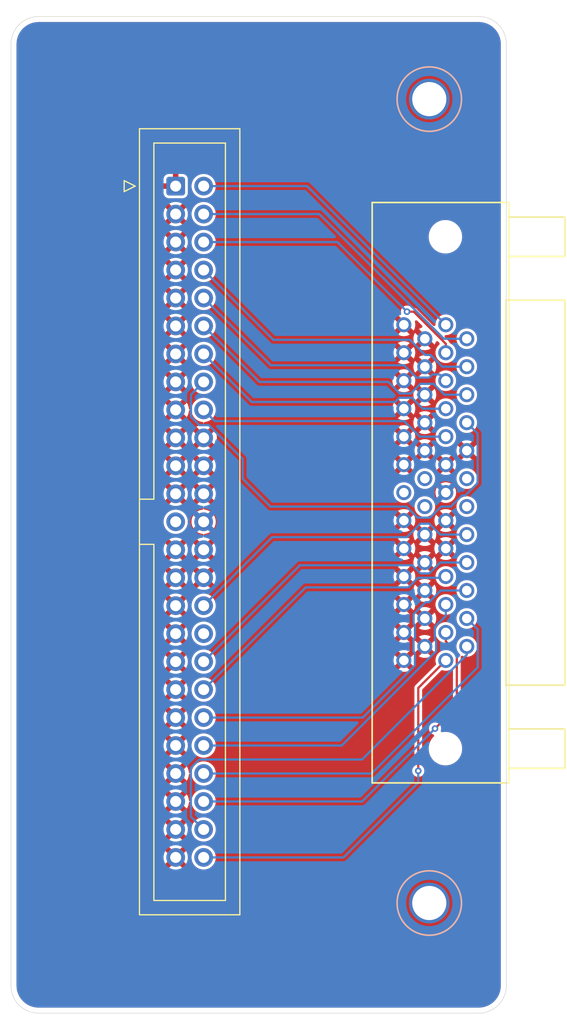
<source format=kicad_pcb>
(kicad_pcb (version 20241229) (generator "pcbnew") (generator_version "9.0")
  (layers (0 "F.Cu" signal) (2 "B.Cu" signal) (13 "F.Paste" user) (15 "B.Paste" user) (5 "F.SilkS" user "F.Silkscreen") (7 "B.SilkS" user "B.Silkscreen") (1 "F.Mask" user) (3 "B.Mask" user) (25 "Edge.Cuts" user))
  (net 0 "")
  (net 1 "GND")
  (net 2 "SCTRL_ATN")
  (net 3 "SCTRL_REQ")
  (net 4 "SCDAT6")
  (net 5 "SCDAT0")
  (net 6 "SCDAT7")
  (net 7 "SCTRL_RST")
  (net 8 "SCSI_TERMPWR")
  (net 9 "SCTRL_IO")
  (net 10 "SCTRL_MSG")
  (net 11 "SCDAT2")
  (net 12 "SCDAT4")
  (net 13 "SCTRL_SEL")
  (net 14 "SCDATP")
  (net 15 "SCTRL_CD")
  (net 16 "SCTRL_BSY")
  (net 17 "SCDAT3")
  (net 19 "SCDAT5")
  (net 21 "SCDAT1")
  (net 22 "SCTRL_ACK")
  (footprint "StefanHamminga/SH_Mechanical.pretty:MOUNT_HOLE_M3" (layer "F.Cu") (at 168 130.5)
    (property "Reference" "H2" (hide yes))
    (property "Value" "MOUNT_HOLE" (hide yes))
    (fp_circle (center 0 0) (end 2.925 0) (stroke (width 0.15)) (fill no) (layer "B.SilkS"))
    (pad "1" thru_hole circle (at 0 0) (size 3.7 3.7) (drill 3.1) (layers "*.Cu" "*.Mask"))
    (pad "1" connect circle (at 0 0) (size 6 6) (layers "F.Cu" "F.Mask"))
  )
  (footprint "kicad-official/Connector_IDC.pretty:IDC-Header_2x25_P2.54mm_Vertical" (layer "F.Cu") (at 144.96 65.4)
    (property "Reference" "J1" (hide yes))
    (property "Value" "Conn_02x25_Odd_Even")
    (fp_line (start -4.68 -0.5) (end -4.68 0.5) (stroke (width 0.12)) (layer "F.SilkS"))
    (fp_line (start -4.68 0.5) (end -3.68 0) (stroke (width 0.12)) (layer "F.SilkS"))
    (fp_line (start -3.68 0) (end -4.68 -0.5) (stroke (width 0.12)) (layer "F.SilkS"))
    (fp_line (start -3.29 -5.21) (end 5.83 -5.21) (stroke (width 0.12)) (layer "F.SilkS"))
    (fp_line (start -3.29 28.43) (end -1.98 28.43) (stroke (width 0.12)) (layer "F.SilkS"))
    (fp_line (start -3.29 66.17) (end -3.29 -5.21) (stroke (width 0.12)) (layer "F.SilkS"))
    (fp_line (start -1.98 -3.91) (end 4.52 -3.91) (stroke (width 0.12)) (layer "F.SilkS"))
    (fp_line (start -1.98 28.43) (end -1.98 -3.91) (stroke (width 0.12)) (layer "F.SilkS"))
    (fp_line (start -1.98 32.53) (end -3.29 32.53) (stroke (width 0.12)) (layer "F.SilkS"))
    (fp_line (start -1.98 32.53) (end -1.98 32.53) (stroke (width 0.12)) (layer "F.SilkS"))
    (fp_line (start -1.98 64.87) (end -1.98 32.53) (stroke (width 0.12)) (layer "F.SilkS"))
    (fp_line (start 4.52 -3.91) (end 4.52 64.87) (stroke (width 0.12)) (layer "F.SilkS"))
    (fp_line (start 4.52 64.87) (end -1.98 64.87) (stroke (width 0.12)) (layer "F.SilkS"))
    (fp_line (start 5.83 -5.21) (end 5.83 66.17) (stroke (width 0.12)) (layer "F.SilkS"))
    (fp_line (start 5.83 66.17) (end -3.29 66.17) (stroke (width 0.12)) (layer "F.SilkS"))
    (pad "1" thru_hole roundrect (at 0 0) (size 1.7 1.7) (drill 1) (layers "*.Cu" "*.Mask") (roundrect_rratio 0.147059) (net 1 "GND"))
    (pad "2" thru_hole circle (at 2.54 0) (size 1.7 1.7) (drill 1) (layers "*.Cu" "*.Mask") (net 5 "SCDAT0"))
    (pad "3" thru_hole circle (at 0 2.54) (size 1.7 1.7) (drill 1) (layers "*.Cu" "*.Mask") (net 1 "GND"))
    (pad "4" thru_hole circle (at 2.54 2.54) (size 1.7 1.7) (drill 1) (layers "*.Cu" "*.Mask") (net 21 "SCDAT1"))
    (pad "5" thru_hole circle (at 0 5.08) (size 1.7 1.7) (drill 1) (layers "*.Cu" "*.Mask") (net 1 "GND"))
    (pad "6" thru_hole circle (at 2.54 5.08) (size 1.7 1.7) (drill 1) (layers "*.Cu" "*.Mask") (net 11 "SCDAT2"))
    (pad "7" thru_hole circle (at 0 7.62) (size 1.7 1.7) (drill 1) (layers "*.Cu" "*.Mask") (net 1 "GND"))
    (pad "8" thru_hole circle (at 2.54 7.62) (size 1.7 1.7) (drill 1) (layers "*.Cu" "*.Mask") (net 17 "SCDAT3"))
    (pad "9" thru_hole circle (at 0 10.16) (size 1.7 1.7) (drill 1) (layers "*.Cu" "*.Mask") (net 1 "GND"))
    (pad "10" thru_hole circle (at 2.54 10.16) (size 1.7 1.7) (drill 1) (layers "*.Cu" "*.Mask") (net 12 "SCDAT4"))
    (pad "11" thru_hole circle (at 0 12.7) (size 1.7 1.7) (drill 1) (layers "*.Cu" "*.Mask") (net 1 "GND"))
    (pad "12" thru_hole circle (at 2.54 12.7) (size 1.7 1.7) (drill 1) (layers "*.Cu" "*.Mask") (net 19 "SCDAT5"))
    (pad "13" thru_hole circle (at 0 15.24) (size 1.7 1.7) (drill 1) (layers "*.Cu" "*.Mask") (net 1 "GND"))
    (pad "14" thru_hole circle (at 2.54 15.24) (size 1.7 1.7) (drill 1) (layers "*.Cu" "*.Mask") (net 4 "SCDAT6"))
    (pad "15" thru_hole circle (at 0 17.78) (size 1.7 1.7) (drill 1) (layers "*.Cu" "*.Mask") (net 1 "GND"))
    (pad "16" thru_hole circle (at 2.54 17.78) (size 1.7 1.7) (drill 1) (layers "*.Cu" "*.Mask") (net 6 "SCDAT7"))
    (pad "17" thru_hole circle (at 0 20.32) (size 1.7 1.7) (drill 1) (layers "*.Cu" "*.Mask") (net 1 "GND"))
    (pad "18" thru_hole circle (at 2.54 20.32) (size 1.7 1.7) (drill 1) (layers "*.Cu" "*.Mask") (net 14 "SCDATP"))
    (pad "19" thru_hole circle (at 0 22.86) (size 1.7 1.7) (drill 1) (layers "*.Cu" "*.Mask") (net 1 "GND"))
    (pad "20" thru_hole circle (at 2.54 22.86) (size 1.7 1.7) (drill 1) (layers "*.Cu" "*.Mask") (net 1 "GND"))
    (pad "21" thru_hole circle (at 0 25.4) (size 1.7 1.7) (drill 1) (layers "*.Cu" "*.Mask") (net 1 "GND"))
    (pad "22" thru_hole circle (at 2.54 25.4) (size 1.7 1.7) (drill 1) (layers "*.Cu" "*.Mask") (net 1 "GND"))
    (pad "23" thru_hole circle (at 0 27.94) (size 1.7 1.7) (drill 1) (layers "*.Cu" "*.Mask") (net 1 "GND"))
    (pad "24" thru_hole circle (at 2.54 27.94) (size 1.7 1.7) (drill 1) (layers "*.Cu" "*.Mask") (net 1 "GND"))
    (pad "25" thru_hole circle (at 0 30.48) (size 1.7 1.7) (drill 1) (layers "*.Cu" "*.Mask"))
    (pad "26" thru_hole circle (at 2.54 30.48) (size 1.7 1.7) (drill 1) (layers "*.Cu" "*.Mask") (net 8 "SCSI_TERMPWR"))
    (pad "27" thru_hole circle (at 0 33.02) (size 1.7 1.7) (drill 1) (layers "*.Cu" "*.Mask") (net 1 "GND"))
    (pad "28" thru_hole circle (at 2.54 33.02) (size 1.7 1.7) (drill 1) (layers "*.Cu" "*.Mask") (net 1 "GND"))
    (pad "29" thru_hole circle (at 0 35.56) (size 1.7 1.7) (drill 1) (layers "*.Cu" "*.Mask") (net 1 "GND"))
    (pad "30" thru_hole circle (at 2.54 35.56) (size 1.7 1.7) (drill 1) (layers "*.Cu" "*.Mask") (net 1 "GND"))
    (pad "31" thru_hole circle (at 0 38.1) (size 1.7 1.7) (drill 1) (layers "*.Cu" "*.Mask") (net 1 "GND"))
    (pad "32" thru_hole circle (at 2.54 38.1) (size 1.7 1.7) (drill 1) (layers "*.Cu" "*.Mask") (net 2 "SCTRL_ATN"))
    (pad "33" thru_hole circle (at 0 40.64) (size 1.7 1.7) (drill 1) (layers "*.Cu" "*.Mask") (net 1 "GND"))
    (pad "34" thru_hole circle (at 2.54 40.64) (size 1.7 1.7) (drill 1) (layers "*.Cu" "*.Mask"))
    (pad "35" thru_hole circle (at 0 43.18) (size 1.7 1.7) (drill 1) (layers "*.Cu" "*.Mask") (net 1 "GND"))
    (pad "36" thru_hole circle (at 2.54 43.18) (size 1.7 1.7) (drill 1) (layers "*.Cu" "*.Mask") (net 16 "SCTRL_BSY"))
    (pad "37" thru_hole circle (at 0 45.72) (size 1.7 1.7) (drill 1) (layers "*.Cu" "*.Mask") (net 1 "GND"))
    (pad "38" thru_hole circle (at 2.54 45.72) (size 1.7 1.7) (drill 1) (layers "*.Cu" "*.Mask") (net 22 "SCTRL_ACK"))
    (pad "39" thru_hole circle (at 0 48.26) (size 1.7 1.7) (drill 1) (layers "*.Cu" "*.Mask") (net 1 "GND"))
    (pad "40" thru_hole circle (at 2.54 48.26) (size 1.7 1.7) (drill 1) (layers "*.Cu" "*.Mask") (net 7 "SCTRL_RST"))
    (pad "41" thru_hole circle (at 0 50.8) (size 1.7 1.7) (drill 1) (layers "*.Cu" "*.Mask") (net 1 "GND"))
    (pad "42" thru_hole circle (at 2.54 50.8) (size 1.7 1.7) (drill 1) (layers "*.Cu" "*.Mask") (net 10 "SCTRL_MSG"))
    (pad "43" thru_hole circle (at 0 53.34) (size 1.7 1.7) (drill 1) (layers "*.Cu" "*.Mask") (net 1 "GND"))
    (pad "44" thru_hole circle (at 2.54 53.34) (size 1.7 1.7) (drill 1) (layers "*.Cu" "*.Mask") (net 13 "SCTRL_SEL"))
    (pad "45" thru_hole circle (at 0 55.88) (size 1.7 1.7) (drill 1) (layers "*.Cu" "*.Mask") (net 1 "GND"))
    (pad "46" thru_hole circle (at 2.54 55.88) (size 1.7 1.7) (drill 1) (layers "*.Cu" "*.Mask") (net 15 "SCTRL_CD"))
    (pad "47" thru_hole circle (at 0 58.42) (size 1.7 1.7) (drill 1) (layers "*.Cu" "*.Mask") (net 1 "GND"))
    (pad "48" thru_hole circle (at 2.54 58.42) (size 1.7 1.7) (drill 1) (layers "*.Cu" "*.Mask") (net 3 "SCTRL_REQ"))
    (pad "49" thru_hole circle (at 0 60.96) (size 1.7 1.7) (drill 1) (layers "*.Cu" "*.Mask") (net 1 "GND"))
    (pad "50" thru_hole circle (at 2.54 60.96) (size 1.7 1.7) (drill 1) (layers "*.Cu" "*.Mask") (net 9 "SCTRL_IO"))
  )
  (footprint "5787170_5:CONN_5787170-5_TYC" (layer "F.Cu") (at 171.37 78.001 -90)
    (property "Reference" "J2" (hide yes))
    (property "Value" "5787170-5")
    (fp_line (start -11.1125 8.5598) (end 41.5925 8.5598) (stroke (width 0.1524)) (layer "F.SilkS"))
    (fp_line (start 41.5925 8.5598) (end 41.5925 -3.8354) (stroke (width 0.1524)) (layer "F.SilkS"))
    (fp_line (start -2.2352 -3.5814) (end 32.7152 -3.5814) (stroke (width 0.1524)) (layer "F.SilkS"))
    (fp_line (start 32.7152 -3.5814) (end 32.7152 -8.9408) (stroke (width 0.1524)) (layer "F.SilkS"))
    (fp_line (start -11.1125 -3.8354) (end -11.1125 8.5598) (stroke (width 0.1524)) (layer "F.SilkS"))
    (fp_line (start -9.7917 -3.8354) (end -9.7917 -8.9408) (stroke (width 0.1524)) (layer "F.SilkS"))
    (fp_line (start 36.6903 -3.8354) (end 36.6903 -8.9408) (stroke (width 0.1524)) (layer "F.SilkS"))
    (fp_line (start 41.5925 -3.8354) (end -11.1125 -3.8354) (stroke (width 0.1524)) (layer "F.SilkS"))
    (fp_line (start -9.7917 -8.9408) (end -6.2103 -8.9408) (stroke (width 0.1524)) (layer "F.SilkS"))
    (fp_line (start -6.2103 -8.9408) (end -6.2103 -3.8354) (stroke (width 0.1524)) (layer "F.SilkS"))
    (fp_line (start -2.2352 -8.9408) (end -2.2352 -3.5814) (stroke (width 0.1524)) (layer "F.SilkS"))
    (fp_line (start 32.7152 -8.9408) (end -2.2352 -8.9408) (stroke (width 0.1524)) (layer "F.SilkS"))
    (fp_line (start 36.6903 -8.9408) (end 40.2717 -8.9408) (stroke (width 0.1524)) (layer "F.SilkS"))
    (fp_line (start 40.2717 -8.9408) (end 40.2717 -3.8354) (stroke (width 0.1524)) (layer "F.SilkS"))
    (pad "" np_thru_hole circle (at -8.001 1.905 270) (size 2.54 2.54) (drill 2.54) (layers "*.Cu" "*.Mask"))
    (pad "" np_thru_hole circle (at 38.481 1.905 270) (size 2.54 2.54) (drill 2.54) (layers "*.Cu" "*.Mask"))
    (pad "1" thru_hole circle (at -0.01 5.68 270) (size 1.3716 1.3716) (drill 0.8636) (layers "*.Cu" "*.Mask") (net 1 "GND"))
    (pad "2" thru_hole circle (at 1.26 3.775 270) (size 1.3716 1.3716) (drill 0.8636) (layers "*.Cu" "*.Mask") (net 1 "GND"))
    (pad "3" thru_hole circle (at 2.53 5.68 270) (size 1.3716 1.3716) (drill 0.8636) (layers "*.Cu" "*.Mask") (net 1 "GND"))
    (pad "4" thru_hole circle (at 3.8 3.775 270) (size 1.3716 1.3716) (drill 0.8636) (layers "*.Cu" "*.Mask") (net 1 "GND"))
    (pad "5" thru_hole circle (at 5.07 5.68 270) (size 1.3716 1.3716) (drill 0.8636) (layers "*.Cu" "*.Mask") (net 1 "GND"))
    (pad "6" thru_hole circle (at 6.34 3.775 270) (size 1.3716 1.3716) (drill 0.8636) (layers "*.Cu" "*.Mask") (net 1 "GND"))
    (pad "7" thru_hole circle (at 7.61 5.68 270) (size 1.3716 1.3716) (drill 0.8636) (layers "*.Cu" "*.Mask") (net 1 "GND"))
    (pad "8" thru_hole circle (at 8.88 3.775 270) (size 1.3716 1.3716) (drill 0.8636) (layers "*.Cu" "*.Mask") (net 1 "GND"))
    (pad "9" thru_hole circle (at 10.15 5.68 270) (size 1.3716 1.3716) (drill 0.8636) (layers "*.Cu" "*.Mask") (net 1 "GND"))
    (pad "10" thru_hole circle (at 11.42 3.775 270) (size 1.3716 1.3716) (drill 0.8636) (layers "*.Cu" "*.Mask") (net 1 "GND"))
    (pad "11" thru_hole circle (at 12.69 5.68 270) (size 1.3716 1.3716) (drill 0.8636) (layers "*.Cu" "*.Mask") (net 1 "GND"))
    (pad "12" thru_hole circle (at 13.96 3.775 270) (size 1.3716 1.3716) (drill 0.8636) (layers "*.Cu" "*.Mask"))
    (pad "13" thru_hole circle (at 15.23 5.68 270) (size 1.3716 1.3716) (drill 0.8636) (layers "*.Cu" "*.Mask"))
    (pad "14" thru_hole circle (at 16.5 3.775 270) (size 1.3716 1.3716) (drill 0.8636) (layers "*.Cu" "*.Mask"))
    (pad "15" thru_hole circle (at 17.77 5.68 270) (size 1.3716 1.3716) (drill 0.8636) (layers "*.Cu" "*.Mask") (net 1 "GND"))
    (pad "16" thru_hole circle (at 19.04 3.775 270) (size 1.3716 1.3716) (drill 0.8636) (layers "*.Cu" "*.Mask") (net 1 "GND"))
    (pad "17" thru_hole circle (at 20.31 5.68 270) (size 1.3716 1.3716) (drill 0.8636) (layers "*.Cu" "*.Mask") (net 1 "GND"))
    (pad "18" thru_hole circle (at 21.58 3.775 270) (size 1.3716 1.3716) (drill 0.8636) (layers "*.Cu" "*.Mask") (net 1 "GND"))
    (pad "19" thru_hole circle (at 22.85 5.68 270) (size 1.3716 1.3716) (drill 0.8636) (layers "*.Cu" "*.Mask") (net 1 "GND"))
    (pad "20" thru_hole circle (at 24.12 3.775 270) (size 1.3716 1.3716) (drill 0.8636) (layers "*.Cu" "*.Mask") (net 1 "GND"))
    (pad "21" thru_hole circle (at 25.39 5.68 270) (size 1.3716 1.3716) (drill 0.8636) (layers "*.Cu" "*.Mask") (net 1 "GND"))
    (pad "22" thru_hole circle (at 26.66 3.775 270) (size 1.3716 1.3716) (drill 0.8636) (layers "*.Cu" "*.Mask") (net 1 "GND"))
    (pad "23" thru_hole circle (at 27.93 5.68 270) (size 1.3716 1.3716) (drill 0.8636) (layers "*.Cu" "*.Mask") (net 1 "GND"))
    (pad "24" thru_hole circle (at 29.2 3.775 270) (size 1.3716 1.3716) (drill 0.8636) (layers "*.Cu" "*.Mask") (net 1 "GND"))
    (pad "25" thru_hole circle (at 30.47 5.68 270) (size 1.3716 1.3716) (drill 0.8636) (layers "*.Cu" "*.Mask") (net 1 "GND"))
    (pad "26" thru_hole circle (at -0.01 1.87 270) (size 1.3716 1.3716) (drill 0.8636) (layers "*.Cu" "*.Mask") (net 5 "SCDAT0"))
    (pad "27" thru_hole circle (at 1.26 -0.035 270) (size 1.3716 1.3716) (drill 0.8636) (layers "*.Cu" "*.Mask") (net 21 "SCDAT1"))
    (pad "28" thru_hole circle (at 2.53 1.87 270) (size 1.3716 1.3716) (drill 0.8636) (layers "*.Cu" "*.Mask") (net 11 "SCDAT2"))
    (pad "29" thru_hole circle (at 3.8 -0.035 270) (size 1.3716 1.3716) (drill 0.8636) (layers "*.Cu" "*.Mask") (net 17 "SCDAT3"))
    (pad "30" thru_hole circle (at 5.07 1.87 270) (size 1.3716 1.3716) (drill 0.8636) (layers "*.Cu" "*.Mask") (net 12 "SCDAT4"))
    (pad "31" thru_hole circle (at 6.34 -0.035 270) (size 1.3716 1.3716) (drill 0.8636) (layers "*.Cu" "*.Mask") (net 19 "SCDAT5"))
    (pad "32" thru_hole circle (at 7.61 1.87 270) (size 1.3716 1.3716) (drill 0.8636) (layers "*.Cu" "*.Mask") (net 4 "SCDAT6"))
    (pad "33" thru_hole circle (at 8.88 -0.035 270) (size 1.3716 1.3716) (drill 0.8636) (layers "*.Cu" "*.Mask") (net 6 "SCDAT7"))
    (pad "34" thru_hole circle (at 10.15 1.87 270) (size 1.3716 1.3716) (drill 0.8636) (layers "*.Cu" "*.Mask") (net 14 "SCDATP"))
    (pad "35" thru_hole circle (at 11.42 -0.035 270) (size 1.3716 1.3716) (drill 0.8636) (layers "*.Cu" "*.Mask") (net 1 "GND"))
    (pad "36" thru_hole circle (at 12.69 1.87 270) (size 1.3716 1.3716) (drill 0.8636) (layers "*.Cu" "*.Mask") (net 1 "GND"))
    (pad "37" thru_hole circle (at 13.96 -0.035 270) (size 1.3716 1.3716) (drill 0.8636) (layers "*.Cu" "*.Mask"))
    (pad "38" thru_hole circle (at 15.23 1.87 270) (size 1.3716 1.3716) (drill 0.8636) (layers "*.Cu" "*.Mask") (net 8 "SCSI_TERMPWR"))
    (pad "39" thru_hole circle (at 16.5 -0.035 270) (size 1.3716 1.3716) (drill 0.8636) (layers "*.Cu" "*.Mask"))
    (pad "40" thru_hole circle (at 17.77 1.87 270) (size 1.3716 1.3716) (drill 0.8636) (layers "*.Cu" "*.Mask") (net 1 "GND"))
    (pad "41" thru_hole circle (at 19.04 -0.035 270) (size 1.3716 1.3716) (drill 0.8636) (layers "*.Cu" "*.Mask") (net 2 "SCTRL_ATN"))
    (pad "42" thru_hole circle (at 20.31 1.87 270) (size 1.3716 1.3716) (drill 0.8636) (layers "*.Cu" "*.Mask") (net 1 "GND"))
    (pad "43" thru_hole circle (at 21.58 -0.035 270) (size 1.3716 1.3716) (drill 0.8636) (layers "*.Cu" "*.Mask") (net 16 "SCTRL_BSY"))
    (pad "44" thru_hole circle (at 22.85 1.87 270) (size 1.3716 1.3716) (drill 0.8636) (layers "*.Cu" "*.Mask") (net 22 "SCTRL_ACK"))
    (pad "45" thru_hole circle (at 24.12 -0.035 270) (size 1.3716 1.3716) (drill 0.8636) (layers "*.Cu" "*.Mask") (net 7 "SCTRL_RST"))
    (pad "46" thru_hole circle (at 25.39 1.87 270) (size 1.3716 1.3716) (drill 0.8636) (layers "*.Cu" "*.Mask") (net 10 "SCTRL_MSG"))
    (pad "47" thru_hole circle (at 26.66 -0.035 270) (size 1.3716 1.3716) (drill 0.8636) (layers "*.Cu" "*.Mask") (net 13 "SCTRL_SEL"))
    (pad "48" thru_hole circle (at 27.93 1.87 270) (size 1.3716 1.3716) (drill 0.8636) (layers "*.Cu" "*.Mask") (net 15 "SCTRL_CD"))
    (pad "49" thru_hole circle (at 29.2 -0.035 270) (size 1.3716 1.3716) (drill 0.8636) (layers "*.Cu" "*.Mask") (net 3 "SCTRL_REQ"))
    (pad "50" thru_hole circle (at 30.47 1.87 270) (size 1.3716 1.3716) (drill 0.8636) (layers "*.Cu" "*.Mask") (net 9 "SCTRL_IO"))
  )
  (footprint "StefanHamminga/SH_Mechanical.pretty:MOUNT_HOLE_M3" (layer "F.Cu") (at 168 57.5)
    (property "Reference" "H1" (hide yes))
    (property "Value" "MOUNT_HOLE" (hide yes))
    (fp_circle (center 0 0) (end 2.925 0) (stroke (width 0.15)) (fill no) (layer "B.SilkS"))
    (pad "1" thru_hole circle (at 0 0) (size 3.7 3.7) (drill 3.1) (layers "*.Cu" "*.Mask"))
    (pad "1" connect circle (at 0 0) (size 6 6) (layers "F.Cu" "F.Mask"))
  )
  (gr_arc (start 175 138) (mid 174.267767 139.767767) (end 172.5 140.5) (stroke (width 0.05)) (layer "Edge.Cuts"))
  (gr_line (start 130 138) (end 130 52.5) (stroke (width 0.05)) (layer "Edge.Cuts"))
  (gr_line (start 175 52.5) (end 175 138) (stroke (width 0.05)) (layer "Edge.Cuts"))
  (gr_line (start 172.5 140.5) (end 132.5 140.5) (stroke (width 0.05)) (layer "Edge.Cuts"))
  (gr_line (start 132.5 50) (end 172.5 50) (stroke (width 0.05)) (layer "Edge.Cuts"))
  (gr_arc (start 130 52.5) (mid 130.732233 50.732233) (end 132.5 50) (stroke (width 0.05)) (layer "Edge.Cuts"))
  (gr_arc (start 172.5 50) (mid 174.267767 50.732233) (end 175 52.5) (stroke (width 0.05)) (layer "Edge.Cuts"))
  (gr_arc (start 132.5 140.5) (mid 130.732233 139.767767) (end 130 138) (stroke (width 0.05)) (layer "Edge.Cuts"))
  (segment (start 144.96 67.8756) (end 144.96 67.94) (width 0.2) (layer "F.Cu") (net 1))
  (segment (start 144.96 78.0067) (end 144.96 78.1) (width 0.2) (layer "F.Cu") (net 1))
  (segment (start 166.325 103.391) (end 165.69 103.391) (width 0.2) (layer "B.Cu") (net 1))
  (segment (start 166.325 80.531) (end 165.69 80.531) (width 0.2) (layer "B.Cu") (net 1))
  (segment (start 147.609 90.691) (end 147.5 90.8) (width 0.2) (layer "B.Cu") (net 1))
  (segment (start 166.96 84.341) (end 167.595 84.341) (width 0.2) (layer "B.Cu") (net 1))
  (segment (start 167.186 96.0535) (end 165.962 97.2775) (width 0.2) (layer "B.Cu") (net 2))
  (segment (start 168.0041 96.0535) (end 167.186 96.0535) (width 0.2) (layer "B.Cu") (net 2))
  (segment (start 168.9916 97.041) (end 168.0041 96.0535) (width 0.2) (layer "B.Cu") (net 2))
  (segment (start 171.405 97.041) (end 168.9916 97.041) (width 0.2) (layer "B.Cu") (net 2))
  (segment (start 153.7224 97.2776) (end 147.5 103.5) (width 0.2) (layer "B.Cu") (net 2))
  (segment (start 165.962 97.2776) (end 153.7224 97.2776) (width 0.2) (layer "B.Cu") (net 2))
  (segment (start 165.962 97.2775) (end 165.962 97.2776) (width 0.2) (layer "B.Cu") (net 2))
  (segment (start 171.405 107.9626) (end 161.8976 117.47) (width 0.2) (layer "B.Cu") (net 3))
  (segment (start 146.3388 118.2317) (end 146.3388 122.6588) (width 0.2) (layer "B.Cu") (net 3))
  (segment (start 146.3388 122.6588) (end 147.5 123.82) (width 0.2) (layer "B.Cu") (net 3))
  (segment (start 161.8976 117.47) (end 147.1005 117.47) (width 0.2) (layer "B.Cu") (net 3))
  (segment (start 147.1005 117.47) (end 146.3388 118.2317) (width 0.2) (layer "B.Cu") (net 3))
  (segment (start 171.405 107.201) (end 171.405 107.9626) (width 0.2) (layer "B.Cu") (net 3))
  (segment (start 151.86 85) (end 164.905454 85) (width 0.2) (layer "B.Cu") (net 4))
  (segment (start 147.5 80.64) (end 151.86 85) (width 0.2) (layer "B.Cu") (net 4))
  (segment (start 165.281254 84.6242) (end 166.4328 84.6242) (width 0.2) (layer "B.Cu") (net 4))
  (segment (start 166.4328 84.6242) (end 167.4196 85.611) (width 0.2) (layer "B.Cu") (net 4))
  (segment (start 167.4196 85.611) (end 169.5 85.611) (width 0.2) (layer "B.Cu") (net 4))
  (segment (start 164.905454 85) (end 165.281254 84.6242) (width 0.2) (layer "B.Cu") (net 4))
  (segment (start 156.909 65.4) (end 147.5 65.4) (width 0.2) (layer "B.Cu") (net 5))
  (segment (start 169.5 77.991) (end 156.909 65.4) (width 0.2) (layer "B.Cu") (net 5))
  (segment (start 171.261546 93.5) (end 172.3918 92.369746) (width 0.2) (layer "B.Cu") (net 6))
  (segment (start 147.97676 87.109) (end 151.0432 90.17544) (width 0.2) (layer "B.Cu") (net 6))
  (segment (start 172.3918 87.8678) (end 171.405 86.881) (width 0.2) (layer "B.Cu") (net 6))
  (segment (start 165.9242 94.501) (end 166.9268 95.5036) (width 0.2) (layer "B.Cu") (net 6))
  (segment (start 147.109 87.109) (end 147.97676 87.109) (width 0.2) (layer "B.Cu") (net 6))
  (segment (start 147.5 83.18) (end 146.349 84.331) (width 0.2) (layer "B.Cu") (net 6))
  (segment (start 146.349 86.349) (end 147.109 87.109) (width 0.2) (layer "B.Cu") (net 6))
  (segment (start 151.0432 90.17544) (end 151.0432 91.969825) (width 0.2) (layer "B.Cu") (net 6))
  (segment (start 146.349 84.331) (end 146.349 86.349) (width 0.2) (layer "B.Cu") (net 6))
  (segment (start 166.9268 95.5036) (end 168.0643 95.5036) (width 0.2) (layer "B.Cu") (net 6))
  (segment (start 151.0432 91.969825) (end 153.574375 94.501) (width 0.2) (layer "B.Cu") (net 6))
  (segment (start 153.574375 94.501) (end 165.9242 94.501) (width 0.2) (layer "B.Cu") (net 6))
  (segment (start 170.9592 93.5) (end 171.261546 93.5) (width 0.2) (layer "B.Cu") (net 6))
  (segment (start 168.0643 95.5036) (end 169.0669 94.501) (width 0.2) (layer "B.Cu") (net 6))
  (segment (start 172.3918 92.369746) (end 172.3918 87.8678) (width 0.2) (layer "B.Cu") (net 6))
  (segment (start 169.9582 94.501) (end 170.9592 93.5) (width 0.2) (layer "B.Cu") (net 6))
  (segment (start 169.0669 94.501) (end 169.9582 94.501) (width 0.2) (layer "B.Cu") (net 6))
  (segment (start 147.5 113.66) (end 161.9602 113.66) (width 0.2) (layer "B.Cu") (net 7))
  (segment (start 166.571 106.5474) (end 166.6996 106.4188) (width 0.2) (layer "B.Cu") (net 7))
  (segment (start 166.6996 106.4188) (end 166.6996 105.2631) (width 0.2) (layer "B.Cu") (net 7))
  (segment (start 166.6948 108.9254) (end 166.6948 107.7983) (width 0.2) (layer "B.Cu") (net 7))
  (segment (start 166.571 107.6745) (end 166.571 106.5474) (width 0.2) (layer "B.Cu") (net 7))
  (segment (start 167.98 103.1828) (end 169.0418 102.121) (width 0.2) (layer "B.Cu") (net 7))
  (segment (start 166.6948 107.7983) (end 166.571 107.6745) (width 0.2) (layer "B.Cu") (net 7))
  (segment (start 166.6996 105.2631) (end 166.5746 105.1381) (width 0.2) (layer "B.Cu") (net 7))
  (segment (start 161.9602 113.66) (end 166.6948 108.9254) (width 0.2) (layer "B.Cu") (net 7))
  (segment (start 166.5746 104.2707) (end 167.6625 103.1828) (width 0.2) (layer "B.Cu") (net 7))
  (segment (start 166.5746 105.1381) (end 166.5746 104.2707) (width 0.2) (layer "B.Cu") (net 7))
  (segment (start 169.0418 102.121) (end 171.405 102.121) (width 0.2) (layer "B.Cu") (net 7))
  (segment (start 167.6625 103.1828) (end 167.98 103.1828) (width 0.2) (layer "B.Cu") (net 7))
  (segment (start 167 110.971) (end 169.5 108.471) (width 0.2) (layer "F.Cu") (net 9))
  (segment (start 167 118.5) (end 167 110.971) (width 0.2) (layer "F.Cu") (net 9))
  (via (at 167 118.5) (size 0.6) (drill 0.3) (layers "F.Cu" "B.Cu") (net 9))
  (segment (start 167 118.5) (end 167 119.5654) (width 0.2) (layer "B.Cu") (net 9))
  (segment (start 167 119.5654) (end 160.2054 126.36) (width 0.2) (layer "B.Cu") (net 9))
  (segment (start 160.2054 126.36) (end 147.5 126.36) (width 0.2) (layer "B.Cu") (net 9))
  (segment (start 168.6187 106.7273) (end 168.6187 107.6343) (width 0.2) (layer "B.Cu") (net 10))
  (segment (start 169.5 104.4335) (end 168.5055 105.428) (width 0.2) (layer "B.Cu") (net 10))
  (segment (start 168.6187 107.6343) (end 160.053 116.2) (width 0.2) (layer "B.Cu") (net 10))
  (segment (start 169.5 103.391) (end 169.5 104.4335) (width 0.2) (layer "B.Cu") (net 10))
  (segment (start 168.5055 106.6141) (end 168.6187 106.7273) (width 0.2) (layer "B.Cu") (net 10))
  (segment (start 168.5055 105.428) (end 168.5055 106.6141) (width 0.2) (layer "B.Cu") (net 10))
  (segment (start 160.053 116.2) (end 147.5 116.2) (width 0.2) (layer "B.Cu") (net 10))
  (segment (start 166.583 76.8022) (end 169.5 79.7192) (width 0.2) (layer "F.Cu") (net 11))
  (segment (start 169.5 79.7192) (end 169.5 80.531) (width 0.2) (layer "F.Cu") (net 11))
  (segment (start 165.975 76.8022) (end 166.583 76.8022) (width 0.2) (layer "F.Cu") (net 11))
  (via (at 165.975 76.8022) (size 0.6) (drill 0.3) (layers "F.Cu" "B.Cu") (net 11))
  (segment (start 159.6528 70.48) (end 165.975 76.8022) (width 0.2) (layer "B.Cu") (net 11))
  (segment (start 147.5 70.48) (end 159.6528 70.48) (width 0.2) (layer "B.Cu") (net 11))
  (segment (start 165.7178 81.67) (end 153.61 81.67) (width 0.2) (layer "B.Cu") (net 12))
  (segment (start 168.291546 82.5) (end 168.003746 82.7878) (width 0.2) (layer "B.Cu") (net 12))
  (segment (start 153.61 81.67) (end 147.5 75.56) (width 0.2) (layer "B.Cu") (net 12))
  (segment (start 166.8356 82.7878) (end 165.7178 81.67) (width 0.2) (layer "B.Cu") (net 12))
  (segment (start 168.929 82.5) (end 168.291546 82.5) (width 0.2) (layer "B.Cu") (net 12))
  (segment (start 169.5 83.071) (end 168.929 82.5) (width 0.2) (layer "B.Cu") (net 12))
  (segment (start 168.003746 82.7878) (end 166.8356 82.7878) (width 0.2) (layer "B.Cu") (net 12))
  (segment (start 172.4014 105.6574) (end 172.4014 109.0986) (width 0.2) (layer "B.Cu") (net 13))
  (segment (start 172.4014 109.0986) (end 162.76 118.74) (width 0.2) (layer "B.Cu") (net 13))
  (segment (start 171.405 104.661) (end 172.4014 105.6574) (width 0.2) (layer "B.Cu") (net 13))
  (segment (start 162.76 118.74) (end 147.5 118.74) (width 0.2) (layer "B.Cu") (net 13))
  (segment (start 148.5194 86.7394) (end 165.7252 86.7394) (width 0.2) (layer "B.Cu") (net 14))
  (segment (start 147.5 85.72) (end 148.5194 86.7394) (width 0.2) (layer "B.Cu") (net 14))
  (segment (start 167.1368 88.151) (end 169.5 88.151) (width 0.2) (layer "B.Cu") (net 14))
  (segment (start 165.7252 86.7394) (end 167.1368 88.151) (width 0.2) (layer "B.Cu") (net 14))
  (segment (start 169.5 106.7428) (end 169.5 105.931) (width 0.2) (layer "F.Cu") (net 15))
  (segment (start 168.5212 114.6603) (end 170.5 112.6815) (width 0.2) (layer "F.Cu") (net 15))
  (segment (start 170.5 112.6815) (end 170.5 107.7428) (width 0.2) (layer "F.Cu") (net 15))
  (segment (start 170.5 107.7428) (end 169.5 106.7428) (width 0.2) (layer "F.Cu") (net 15))
  (via (at 168.5212 114.6603) (size 0.6) (drill 0.3) (layers "F.Cu" "B.Cu") (net 15))
  (segment (start 168.5212 114.6603) (end 161.9015 121.28) (width 0.2) (layer "B.Cu") (net 15))
  (segment (start 161.9015 121.28) (end 147.5 121.28) (width 0.2) (layer "B.Cu") (net 15))
  (segment (start 166.4457 99.8282) (end 167.186 100.5685) (width 0.2) (layer "B.Cu") (net 16))
  (segment (start 156.2518 99.8282) (end 166.4457 99.8282) (width 0.2) (layer "B.Cu") (net 16))
  (segment (start 167.186 100.5685) (end 168.0041 100.5685) (width 0.2) (layer "B.Cu") (net 16))
  (segment (start 147.5 108.58) (end 156.2518 99.8282) (width 0.2) (layer "B.Cu") (net 16))
  (segment (start 168.0041 100.5685) (end 168.9916 99.581) (width 0.2) (layer "B.Cu") (net 16))
  (segment (start 168.9916 99.581) (end 171.405 99.581) (width 0.2) (layer "B.Cu") (net 16))
  (segment (start 167.6182 80.731) (end 166.2457 79.3585) (width 0.2) (layer "B.Cu") (net 17))
  (segment (start 171.405 81.801) (end 169.1826 81.801) (width 0.2) (layer "B.Cu") (net 17))
  (segment (start 169.1826 81.801) (end 168.1126 80.731) (width 0.2) (layer "B.Cu") (net 17))
  (segment (start 168.1126 80.731) (end 167.6182 80.731) (width 0.2) (layer "B.Cu") (net 17))
  (segment (start 166.2457 79.3585) (end 153.8385 79.3585) (width 0.2) (layer "B.Cu") (net 17))
  (segment (start 153.8385 79.3585) (end 147.5 73.02) (width 0.2) (layer "B.Cu") (net 17))
  (segment (start 165.3152 84.2232) (end 166.317254 84.2232) (width 0.2) (layer "B.Cu") (net 19))
  (segment (start 152.5794 83.1794) (end 147.5 78.1) (width 0.2) (layer "B.Cu") (net 19))
  (segment (start 168.387654 83.3542) (end 169.374454 84.341) (width 0.2) (layer "B.Cu") (net 19))
  (segment (start 164.2714 83.1794) (end 165.3152 84.2232) (width 0.2) (layer "B.Cu") (net 19))
  (segment (start 169.374454 84.341) (end 171.405 84.341) (width 0.2) (layer "B.Cu") (net 19))
  (segment (start 164.2714 83.1794) (end 152.5794 83.1794) (width 0.2) (layer "B.Cu") (net 19))
  (segment (start 167.186254 83.3542) (end 168.387654 83.3542) (width 0.2) (layer "B.Cu") (net 19))
  (segment (start 166.317254 84.2232) (end 167.186254 83.3542) (width 0.2) (layer "B.Cu") (net 19))
  (segment (start 158.0038 67.94) (end 169.3248 79.261) (width 0.2) (layer "B.Cu") (net 21))
  (segment (start 147.5 67.94) (end 158.0038 67.94) (width 0.2) (layer "B.Cu") (net 21))
  (segment (start 169.3248 79.261) (end 171.405 79.261) (width 0.2) (layer "B.Cu") (net 21))
  (segment (start 169.3808 100.9702) (end 169.5 100.851) (width 0.2) (layer "B.Cu") (net 22))
  (segment (start 166.9674 100.9702) (end 169.3808 100.9702) (width 0.2) (layer "B.Cu") (net 22))
  (segment (start 147.5 111.12) (end 156.7815 101.8385) (width 0.2) (layer "B.Cu") (net 22))
  (segment (start 166.0991 101.8385) (end 166.9674 100.9702) (width 0.2) (layer "B.Cu") (net 22))
  (segment (start 156.7815 101.8385) (end 166.0991 101.8385) (width 0.2) (layer "B.Cu") (net 22))
  (zone (net 1) (net_name "GND") (layer "F.Cu") (connect_pads (clearance 0.25)) (min_thickness 0.25) (fill yes (thermal_gap 0.35) (thermal_bridge_width 0.5))
    (polygon (pts (xy 129 48.5) (xy 129 141.5) (xy 177.5 141.5) (xy 177.5 48.5)))
  )
  (zone (net 8) (net_name "SCSI_TERMPWR") (layer "B.Cu") (connect_pads (clearance 0.25)) (min_thickness 0.25) (fill yes (thermal_gap 0.35) (thermal_bridge_width 0.5))
    (polygon (pts (xy 129 48.5) (xy 129 141.5) (xy 177.5 141.5) (xy 177.5 48.5)))
  )
)
</source>
